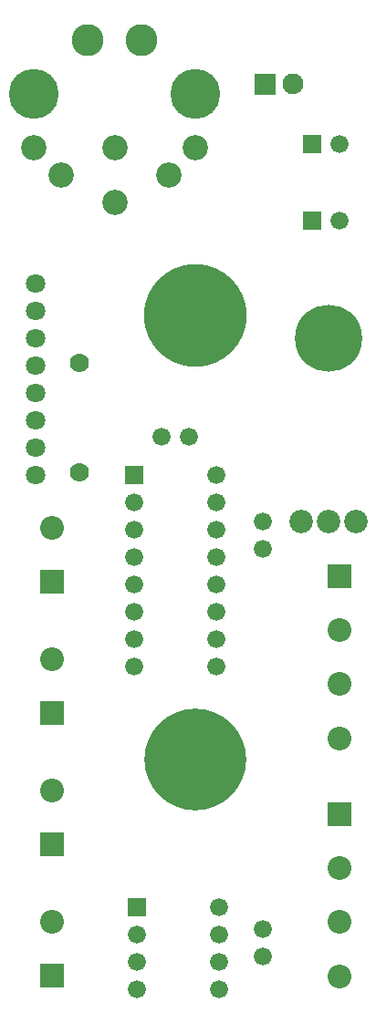
<source format=gbr>
G04 start of page 5 for group -4062 idx -4062 *
G04 Title: (unknown), soldermask *
G04 Creator: pcb 1.99x *
G04 CreationDate: Sun Mar 21 05:59:03 2010 UTC *
G04 For: davidellsworth *
G04 Format: Gerber/RS-274X *
G04 PCB-Dimensions: 155000 370000 *
G04 PCB-Coordinate-Origin: lower left *
%MOIN*%
%FSLAX24Y24*%
%LNBACKMASK*%
%ADD12C,0.0200*%
%ADD21C,0.0860*%
%ADD24C,0.0700*%
%ADD38C,0.0872*%
%ADD39C,0.0660*%
%ADD40C,0.0710*%
%ADD41C,0.0920*%
%ADD42C,0.1170*%
%ADD43C,0.1820*%
%ADD44C,0.0760*%
%ADD45C,0.2450*%
%ADD46C,0.3760*%
%ADD47C,0.3720*%
G54D38*X13000Y14531D03*
Y12563D03*
Y10594D03*
G54D12*G36*
X12564Y8235D02*Y7364D01*
X13435D01*
Y8235D01*
X12564D01*
G37*
G54D38*X13000Y5831D03*
Y3863D03*
Y1894D03*
G54D12*G36*
X2064Y16735D02*Y15864D01*
X2935D01*
Y16735D01*
X2064D01*
G37*
G54D38*X2500Y18268D03*
G54D12*G36*
X12564Y16935D02*Y16064D01*
X13435D01*
Y16935D01*
X12564D01*
G37*
G54D21*X13600Y18500D03*
G54D39*X10200Y17500D03*
X8500Y15200D03*
Y16200D03*
Y17200D03*
Y18200D03*
X10200Y18500D03*
X5500Y18200D03*
Y17200D03*
Y16200D03*
Y15200D03*
G54D21*X11600Y18500D03*
X12600D03*
G54D24*X3500Y20300D03*
Y24300D03*
G54D40*X1900Y23200D03*
Y22200D03*
Y21200D03*
G54D39*X7500Y21600D03*
X6500D03*
G54D40*X1900Y20200D03*
G54D12*G36*
X5170Y20530D02*Y19870D01*
X5830D01*
Y20530D01*
X5170D01*
G37*
G54D39*X5500Y19200D03*
X8500D03*
Y20200D03*
G54D12*G36*
X2064Y7135D02*Y6264D01*
X2935D01*
Y7135D01*
X2064D01*
G37*
G36*
X5270Y4730D02*Y4070D01*
X5930D01*
Y4730D01*
X5270D01*
G37*
G54D39*X5600Y3400D03*
Y2400D03*
G54D38*X2500Y3868D03*
G54D39*X5600Y1400D03*
X8600D03*
Y2400D03*
Y3400D03*
Y4400D03*
X10200Y3600D03*
Y2600D03*
G54D38*X2500Y8668D03*
G54D12*G36*
X2064Y11935D02*Y11064D01*
X2935D01*
Y11935D01*
X2064D01*
G37*
G54D38*X2500Y13468D03*
G54D12*G36*
X2064Y2335D02*Y1464D01*
X2935D01*
Y2335D01*
X2064D01*
G37*
G54D39*X5500Y14200D03*
Y13200D03*
X8500D03*
Y14200D03*
G54D41*X1847Y32163D03*
X2831Y31178D03*
X4800Y30194D03*
Y32163D03*
X6768Y31178D03*
X7752Y32163D03*
G54D42*X3815Y36100D03*
X5784D03*
G54D43*X1847Y34131D03*
X7752D03*
G54D12*G36*
X9920Y34880D02*Y34120D01*
X10680D01*
Y34880D01*
X9920D01*
G37*
G54D44*X11300Y34500D03*
G54D12*G36*
X11670Y29830D02*Y29170D01*
X12330D01*
Y29830D01*
X11670D01*
G37*
G54D39*X13000Y29500D03*
G54D12*G36*
X11670Y32630D02*Y31970D01*
X12330D01*
Y32630D01*
X11670D01*
G37*
G54D39*X13000Y32300D03*
G54D45*X12600Y25200D03*
G54D40*X1900Y27200D03*
Y26200D03*
Y25200D03*
Y24200D03*
G54D46*X7750Y26050D03*
G54D47*Y9800D03*
M02*

</source>
